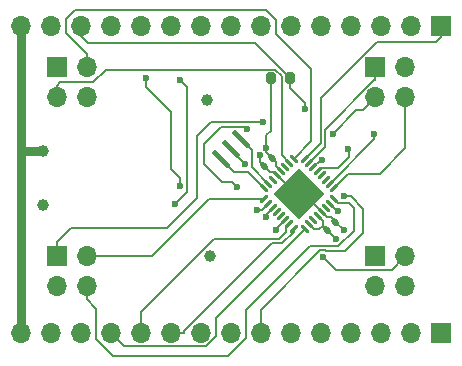
<source format=gtl>
%TF.GenerationSoftware,KiCad,Pcbnew,7.0.2-6a45011f42~172~ubuntu22.04.1*%
%TF.CreationDate,2023-05-29T22:59:08-07:00*%
%TF.ProjectId,comm_v0p5,636f6d6d-5f76-4307-9035-2e6b69636164,rev?*%
%TF.SameCoordinates,Original*%
%TF.FileFunction,Copper,L1,Top*%
%TF.FilePolarity,Positive*%
%FSLAX46Y46*%
G04 Gerber Fmt 4.6, Leading zero omitted, Abs format (unit mm)*
G04 Created by KiCad (PCBNEW 7.0.2-6a45011f42~172~ubuntu22.04.1) date 2023-05-29 22:59:08*
%MOMM*%
%LPD*%
G01*
G04 APERTURE LIST*
G04 Aperture macros list*
%AMRoundRect*
0 Rectangle with rounded corners*
0 $1 Rounding radius*
0 $2 $3 $4 $5 $6 $7 $8 $9 X,Y pos of 4 corners*
0 Add a 4 corners polygon primitive as box body*
4,1,4,$2,$3,$4,$5,$6,$7,$8,$9,$2,$3,0*
0 Add four circle primitives for the rounded corners*
1,1,$1+$1,$2,$3*
1,1,$1+$1,$4,$5*
1,1,$1+$1,$6,$7*
1,1,$1+$1,$8,$9*
0 Add four rect primitives between the rounded corners*
20,1,$1+$1,$2,$3,$4,$5,0*
20,1,$1+$1,$4,$5,$6,$7,0*
20,1,$1+$1,$6,$7,$8,$9,0*
20,1,$1+$1,$8,$9,$2,$3,0*%
%AMRotRect*
0 Rectangle, with rotation*
0 The origin of the aperture is its center*
0 $1 length*
0 $2 width*
0 $3 Rotation angle, in degrees counterclockwise*
0 Add horizontal line*
21,1,$1,$2,0,0,$3*%
G04 Aperture macros list end*
%TA.AperFunction,ComponentPad*%
%ADD10R,1.700000X1.700000*%
%TD*%
%TA.AperFunction,ComponentPad*%
%ADD11O,1.700000X1.700000*%
%TD*%
%TA.AperFunction,SMDPad,CuDef*%
%ADD12RoundRect,0.200000X0.200000X0.275000X-0.200000X0.275000X-0.200000X-0.275000X0.200000X-0.275000X0*%
%TD*%
%TA.AperFunction,SMDPad,CuDef*%
%ADD13RoundRect,0.140000X0.021213X-0.219203X0.219203X-0.021213X-0.021213X0.219203X-0.219203X0.021213X0*%
%TD*%
%TA.AperFunction,SMDPad,CuDef*%
%ADD14RoundRect,0.062500X-0.309359X0.220971X0.220971X-0.309359X0.309359X-0.220971X-0.220971X0.309359X0*%
%TD*%
%TA.AperFunction,SMDPad,CuDef*%
%ADD15RoundRect,0.062500X-0.309359X-0.220971X-0.220971X-0.309359X0.309359X0.220971X0.220971X0.309359X0*%
%TD*%
%TA.AperFunction,SMDPad,CuDef*%
%ADD16RotRect,3.100000X3.100000X315.000000*%
%TD*%
%TA.AperFunction,SMDPad,CuDef*%
%ADD17RoundRect,0.140000X-0.021213X0.219203X-0.219203X0.021213X0.021213X-0.219203X0.219203X-0.021213X0*%
%TD*%
%TA.AperFunction,SMDPad,CuDef*%
%ADD18RotRect,0.400000X1.900000X225.000000*%
%TD*%
%TA.AperFunction,ViaPad*%
%ADD19C,0.600000*%
%TD*%
%TA.AperFunction,ViaPad*%
%ADD20C,1.000000*%
%TD*%
%TA.AperFunction,Conductor*%
%ADD21C,0.200000*%
%TD*%
%TA.AperFunction,Conductor*%
%ADD22C,0.800000*%
%TD*%
G04 APERTURE END LIST*
D10*
%TO.P,J4,1,Pin_1*%
%TO.N,+5V*%
X55230000Y-62230000D03*
D11*
%TO.P,J4,2,Pin_2*%
%TO.N,/B1_CS0*%
X57770000Y-62230000D03*
%TO.P,J4,3,Pin_3*%
%TO.N,/B1_SCK*%
X55230000Y-64770000D03*
%TO.P,J4,4,Pin_4*%
%TO.N,/RESET_DRV0*%
X57770000Y-64770000D03*
%TD*%
D10*
%TO.P,J6,1,Pin_1*%
%TO.N,/B1_MOSI*%
X82230000Y-62230000D03*
D11*
%TO.P,J6,2,Pin_2*%
%TO.N,unconnected-(J6-Pin_2-Pad2)*%
X84770000Y-62230000D03*
%TO.P,J6,3,Pin_3*%
%TO.N,/B1_CS2*%
X82230000Y-64770000D03*
%TO.P,J6,4,Pin_4*%
%TO.N,/RESET_DRV2*%
X84770000Y-64770000D03*
%TD*%
D10*
%TO.P,J5,1,Pin_1*%
%TO.N,/B1_MISO*%
X55230000Y-78230000D03*
D11*
%TO.P,J5,2,Pin_2*%
%TO.N,/B1_CS1*%
X57770000Y-78230000D03*
%TO.P,J5,3,Pin_3*%
%TO.N,unconnected-(J5-Pin_3-Pad3)*%
X55230000Y-80770000D03*
%TO.P,J5,4,Pin_4*%
%TO.N,/RESET_DRV1*%
X57770000Y-80770000D03*
%TD*%
D10*
%TO.P,J7,1,Pin_1*%
%TO.N,/RESET_DRV3*%
X82230000Y-78230000D03*
D11*
%TO.P,J7,2,Pin_2*%
%TO.N,/B1_CS3*%
X84770000Y-78230000D03*
%TO.P,J7,3,Pin_3*%
%TO.N,GND*%
X82230000Y-80770000D03*
%TO.P,J7,4,Pin_4*%
%TO.N,unconnected-(J7-Pin_4-Pad4)*%
X84770000Y-80770000D03*
%TD*%
D12*
%TO.P,R5,1*%
%TO.N,/RESET_MSTR*%
X74993000Y-63144400D03*
%TO.P,R5,2*%
%TO.N,+5V*%
X73343000Y-63144400D03*
%TD*%
D10*
%TO.P,J1,1,Pin_1*%
%TO.N,/EXT_INT0*%
X87780000Y-84700000D03*
D11*
%TO.P,J1,2,Pin_2*%
%TO.N,/B0_CS7*%
X85240000Y-84700000D03*
%TO.P,J1,3,Pin_3*%
%TO.N,/B0_CS6*%
X82700000Y-84700000D03*
%TO.P,J1,4,Pin_4*%
%TO.N,/B0_CS5*%
X80160000Y-84700000D03*
%TO.P,J1,5,Pin_5*%
%TO.N,/B0_CS4*%
X77620000Y-84700000D03*
%TO.P,J1,6,Pin_6*%
%TO.N,/B0_CS3*%
X75080000Y-84700000D03*
%TO.P,J1,7,Pin_7*%
%TO.N,/B0_CS2*%
X72540000Y-84700000D03*
%TO.P,J1,8,Pin_8*%
%TO.N,/B0_CS1*%
X70000000Y-84700000D03*
%TO.P,J1,9,Pin_9*%
%TO.N,/B0_CS0*%
X67460000Y-84700000D03*
%TO.P,J1,10,Pin_10*%
%TO.N,/B0_MISO*%
X64920000Y-84700000D03*
%TO.P,J1,11,Pin_11*%
%TO.N,/B0_MOSI*%
X62380000Y-84700000D03*
%TO.P,J1,12,Pin_12*%
%TO.N,/B0_SCK*%
X59840000Y-84700000D03*
%TO.P,J1,13,Pin_13*%
%TO.N,/RESET_MSTR*%
X57300000Y-84700000D03*
%TO.P,J1,14,Pin_14*%
%TO.N,GND*%
X54760000Y-84700000D03*
%TO.P,J1,15,Pin_15*%
%TO.N,/VIN*%
X52220000Y-84700000D03*
%TD*%
D13*
%TO.P,C2,1*%
%TO.N,+5V*%
X78147689Y-76005611D03*
%TO.P,C2,2*%
%TO.N,GND*%
X78826511Y-75326789D03*
%TD*%
D10*
%TO.P,J2,1,Pin_1*%
%TO.N,/EXT_INT0*%
X87780000Y-58750000D03*
D11*
%TO.P,J2,2,Pin_2*%
%TO.N,unconnected-(J2-Pin_2-Pad2)*%
X85240000Y-58750000D03*
%TO.P,J2,3,Pin_3*%
%TO.N,/B0_CS7*%
X82700000Y-58750000D03*
%TO.P,J2,4,Pin_4*%
%TO.N,/B0_CS6*%
X80160000Y-58750000D03*
%TO.P,J2,5,Pin_5*%
%TO.N,/B0_CS5*%
X77620000Y-58750000D03*
%TO.P,J2,6,Pin_6*%
%TO.N,/B0_CS4*%
X75080000Y-58750000D03*
%TO.P,J2,7,Pin_7*%
%TO.N,/B0_CS3*%
X72540000Y-58750000D03*
%TO.P,J2,8,Pin_8*%
%TO.N,/B0_CS2*%
X70000000Y-58750000D03*
%TO.P,J2,9,Pin_9*%
%TO.N,/B0_CS1*%
X67460000Y-58750000D03*
%TO.P,J2,10,Pin_10*%
%TO.N,/B0_MISO*%
X64920000Y-58750000D03*
%TO.P,J2,11,Pin_11*%
%TO.N,/B0_MOSI*%
X62380000Y-58750000D03*
%TO.P,J2,12,Pin_12*%
%TO.N,/B0_SCK*%
X59840000Y-58750000D03*
%TO.P,J2,13,Pin_13*%
%TO.N,/RESET_MSTR*%
X57300000Y-58750000D03*
%TO.P,J2,14,Pin_14*%
%TO.N,GND*%
X54760000Y-58750000D03*
%TO.P,J2,15,Pin_15*%
%TO.N,/VIN*%
X52220000Y-58750000D03*
%TD*%
D14*
%TO.P,U1,1,PD3*%
%TO.N,/B1_CS0*%
X75290364Y-69954090D03*
%TO.P,U1,2,PD4*%
%TO.N,/B1_SCK*%
X74936811Y-70307644D03*
%TO.P,U1,3,PE0*%
%TO.N,unconnected-(U1-PE0-Pad3)*%
X74583257Y-70661197D03*
%TO.P,U1,4,VCC*%
%TO.N,+5V*%
X74229704Y-71014751D03*
%TO.P,U1,5,GND*%
%TO.N,GND*%
X73876151Y-71368304D03*
%TO.P,U1,6,PE1*%
%TO.N,unconnected-(U1-PE1-Pad6)*%
X73522597Y-71721857D03*
%TO.P,U1,7,XTAL1/PB6*%
%TO.N,/XTAL1*%
X73169044Y-72075411D03*
%TO.P,U1,8,XTAL2/PB7*%
%TO.N,/XTAL2*%
X72815490Y-72428964D03*
D15*
%TO.P,U1,9,PD5*%
%TO.N,/B1_CS1*%
X72815490Y-73401236D03*
%TO.P,U1,10,PD6*%
%TO.N,/B1_CS2*%
X73169044Y-73754789D03*
%TO.P,U1,11,PD7*%
%TO.N,/B1_CS3*%
X73522597Y-74108343D03*
%TO.P,U1,12,PB0*%
%TO.N,unconnected-(U1-PB0-Pad12)*%
X73876151Y-74461896D03*
%TO.P,U1,13,PB1*%
%TO.N,unconnected-(U1-PB1-Pad13)*%
X74229704Y-74815449D03*
%TO.P,U1,14,PB2*%
%TO.N,/B0_CS0*%
X74583257Y-75169003D03*
%TO.P,U1,15,PB3*%
%TO.N,/B0_MOSI*%
X74936811Y-75522556D03*
%TO.P,U1,16,PB4*%
%TO.N,/B0_MISO*%
X75290364Y-75876110D03*
D14*
%TO.P,U1,17,PB5*%
%TO.N,/B0_SCK*%
X76262636Y-75876110D03*
%TO.P,U1,18,AVCC*%
%TO.N,+5V*%
X76616189Y-75522556D03*
%TO.P,U1,19,PE2*%
%TO.N,unconnected-(U1-PE2-Pad19)*%
X76969743Y-75169003D03*
%TO.P,U1,20,AREF*%
%TO.N,+5V*%
X77323296Y-74815449D03*
%TO.P,U1,21,GND*%
%TO.N,GND*%
X77676849Y-74461896D03*
%TO.P,U1,22,PE3*%
%TO.N,unconnected-(U1-PE3-Pad22)*%
X78030403Y-74108343D03*
%TO.P,U1,23,PC0*%
%TO.N,/RESET_DRV0*%
X78383956Y-73754789D03*
%TO.P,U1,24,PC1*%
%TO.N,/RESET_DRV1*%
X78737510Y-73401236D03*
D15*
%TO.P,U1,25,PC2*%
%TO.N,/RESET_DRV2*%
X78737510Y-72428964D03*
%TO.P,U1,26,PC3*%
%TO.N,/RESET_DRV3*%
X78383956Y-72075411D03*
%TO.P,U1,27,PC4*%
%TO.N,unconnected-(U1-PC4-Pad27)*%
X78030403Y-71721857D03*
%TO.P,U1,28,PC5*%
%TO.N,unconnected-(U1-PC5-Pad28)*%
X77676849Y-71368304D03*
%TO.P,U1,29,~{RESET}/PC6*%
%TO.N,/RESET_MSTR*%
X77323296Y-71014751D03*
%TO.P,U1,30,PD0*%
%TO.N,/B1_MISO*%
X76969743Y-70661197D03*
%TO.P,U1,31,PD1*%
%TO.N,/B1_MOSI*%
X76616189Y-70307644D03*
%TO.P,U1,32,PD2*%
%TO.N,/EXT_INT0*%
X76262636Y-69954090D03*
D16*
%TO.P,U1,33,GND*%
%TO.N,GND*%
X75776500Y-72915100D03*
%TD*%
D17*
%TO.P,C1,1*%
%TO.N,+5V*%
X73446511Y-69867389D03*
%TO.P,C1,2*%
%TO.N,GND*%
X72767689Y-70546211D03*
%TD*%
D18*
%TO.P,Y1,1,1*%
%TO.N,/XTAL1*%
X70872928Y-68310172D03*
%TO.P,Y1,2,2*%
%TO.N,GND*%
X70024400Y-69158700D03*
%TO.P,Y1,3,3*%
%TO.N,/XTAL2*%
X69175872Y-70007228D03*
%TD*%
D19*
%TO.N,+5V*%
X78892400Y-76750400D03*
X72999600Y-69062600D03*
%TO.N,/B0_CS0*%
X73812400Y-75971400D03*
%TO.N,/B0_CS1*%
X71367200Y-67400500D03*
X70542100Y-72324500D03*
%TO.N,/B0_CS2*%
X79556400Y-73156800D03*
%TO.N,/B0_MISO*%
X65693300Y-63276500D03*
X65239300Y-73834600D03*
%TO.N,/B0_MOSI*%
X65693300Y-72250400D03*
X62821800Y-63101400D03*
%TO.N,/B1_CS2*%
X72161400Y-74269600D03*
X78613000Y-67868800D03*
%TO.N,/B1_CS3*%
X72923400Y-74904600D03*
X77791300Y-78276700D03*
%TO.N,/B1_MISO*%
X72669400Y-66852800D03*
X77722300Y-70026800D03*
%TO.N,/RESET_DRV0*%
X79047300Y-74370200D03*
%TO.N,/RESET_DRV3*%
X82143600Y-67894200D03*
%TO.N,/RESET_MSTR*%
X76252300Y-65746000D03*
X79918587Y-69122439D03*
D20*
%TO.N,GND*%
X67970400Y-65024000D03*
D19*
X72415400Y-69646800D03*
X79527400Y-76022200D03*
D20*
X54051200Y-73914000D03*
X68249800Y-78232000D03*
D19*
X71196200Y-70383400D03*
D20*
%TO.N,/VIN*%
X54051200Y-69316600D03*
%TD*%
D21*
%TO.N,+5V*%
X74229700Y-71014800D02*
X73787000Y-70572000D01*
X77469300Y-75920600D02*
X77766000Y-75623900D01*
X77766000Y-75258200D02*
X77766000Y-75623900D01*
X73787000Y-70572000D02*
X73787000Y-70207900D01*
X77766000Y-75623900D02*
X78147700Y-76005600D01*
X72999600Y-67970400D02*
X72999600Y-69062600D01*
X73343000Y-63144400D02*
X73355200Y-63156600D01*
X73355200Y-63156600D02*
X73355200Y-67614800D01*
X73355200Y-67614800D02*
X72999600Y-67970400D01*
X73787000Y-70207900D02*
X73446500Y-69867400D01*
X78892400Y-76750400D02*
X78147700Y-76005600D01*
X76616200Y-75522600D02*
X77014200Y-75920600D01*
X77323300Y-74815400D02*
X77323300Y-74815500D01*
X73446500Y-69865100D02*
X73446500Y-69867400D01*
X77323300Y-74815500D02*
X77766000Y-75258200D01*
X72999600Y-69418200D02*
X73446500Y-69865100D01*
X72999600Y-69062600D02*
X72999600Y-69418200D01*
X77014200Y-75920600D02*
X77469300Y-75920600D01*
%TO.N,/B0_CS0*%
X73812400Y-75939900D02*
X74583300Y-75169000D01*
X73812400Y-75971400D02*
X73812400Y-75939900D01*
%TO.N,/B0_CS1*%
X67716400Y-68707000D02*
X69176600Y-67246800D01*
X69176600Y-67246800D02*
X71213500Y-67246800D01*
X67716400Y-70408800D02*
X67716400Y-68707000D01*
X70542100Y-72324500D02*
X70470300Y-72324500D01*
X69265800Y-71958200D02*
X67716400Y-70408800D01*
X70470300Y-72324500D02*
X70104000Y-71958200D01*
X71213500Y-67246800D02*
X71367200Y-67400500D01*
X70104000Y-71958200D02*
X69265800Y-71958200D01*
%TO.N,/B0_CS2*%
X78019118Y-77726700D02*
X77563400Y-77726700D01*
X79556400Y-73156800D02*
X80141800Y-73156800D01*
X78042418Y-77750000D02*
X78019118Y-77726700D01*
X77563400Y-77726700D02*
X72540000Y-82750100D01*
X81180000Y-76230000D02*
X79660000Y-77750000D01*
X81180000Y-74195000D02*
X81180000Y-76230000D01*
X72540000Y-82750100D02*
X72540000Y-84700000D01*
X80141800Y-73156800D02*
X81180000Y-74195000D01*
X79660000Y-77750000D02*
X78042418Y-77750000D01*
%TO.N,/B0_MISO*%
X65239300Y-73834600D02*
X66266000Y-72807900D01*
X75290400Y-76123600D02*
X75290400Y-75876100D01*
X73487100Y-77106300D02*
X74307700Y-77106300D01*
X74307700Y-77106300D02*
X75290400Y-76123600D01*
X66266000Y-63849200D02*
X65693300Y-63276500D01*
X66020100Y-84700000D02*
X66020100Y-84573300D01*
X64920000Y-84700000D02*
X66020100Y-84700000D01*
X66020100Y-84573300D02*
X73487100Y-77106300D01*
X66266000Y-72807900D02*
X66266000Y-63849200D01*
%TO.N,/B0_MOSI*%
X68597000Y-76758800D02*
X62380000Y-82975800D01*
X65693300Y-72250400D02*
X65693300Y-71623300D01*
X65693300Y-71623300D02*
X64915000Y-70845000D01*
X74936800Y-75522600D02*
X74668000Y-75791400D01*
X74668000Y-75791400D02*
X74668000Y-76148400D01*
X74060100Y-76756300D02*
X73342125Y-76756300D01*
X73342125Y-76756300D02*
X73339625Y-76758800D01*
X64915000Y-70845000D02*
X64915000Y-65995000D01*
X62821800Y-63901800D02*
X64915000Y-65995000D01*
X74668000Y-76148400D02*
X74060100Y-76756300D01*
X73339625Y-76758800D02*
X68597000Y-76758800D01*
X62380000Y-82975800D02*
X62380000Y-84700000D01*
X62821800Y-63101400D02*
X62821800Y-63901800D01*
%TO.N,/B0_SCK*%
X76262600Y-75876100D02*
X68730000Y-83408700D01*
X68730000Y-84999100D02*
X67899000Y-85830100D01*
X68730000Y-83408700D02*
X68730000Y-84999100D01*
X60970100Y-85830100D02*
X59840000Y-84700000D01*
X67899000Y-85830100D02*
X60970100Y-85830100D01*
%TO.N,/B1_CS0*%
X75290400Y-69954100D02*
X76802400Y-68442100D01*
X72990000Y-57360000D02*
X56770000Y-57360000D01*
X56770000Y-57360000D02*
X55990000Y-58140000D01*
X55990000Y-58140000D02*
X55990000Y-59349900D01*
X73840000Y-59360000D02*
X73840000Y-58210000D01*
X73840000Y-58210000D02*
X72990000Y-57360000D01*
X57770000Y-61129900D02*
X57770000Y-62230000D01*
X76802400Y-68442100D02*
X76802400Y-62322400D01*
X55990000Y-59349900D02*
X57770000Y-61129900D01*
X76802400Y-62322400D02*
X73840000Y-59360000D01*
%TO.N,/B1_CS1*%
X63300000Y-78230000D02*
X68128800Y-73401200D01*
X68128800Y-73401200D02*
X72815500Y-73401200D01*
X57770000Y-78230000D02*
X63300000Y-78230000D01*
%TO.N,/B1_CS2*%
X78613000Y-67868800D02*
X80611700Y-65870100D01*
X80611700Y-65870100D02*
X81129900Y-65870100D01*
X81129900Y-65870100D02*
X82230000Y-64770000D01*
X72161400Y-74269600D02*
X72654200Y-74269600D01*
X72654200Y-74269600D02*
X73169000Y-73754800D01*
%TO.N,/B1_CS3*%
X83623900Y-79376100D02*
X84770000Y-78230000D01*
X78890700Y-79376100D02*
X83623900Y-79376100D01*
X72923400Y-74707500D02*
X73522600Y-74108300D01*
X77791300Y-78276700D02*
X78890700Y-79376100D01*
X72923400Y-74904600D02*
X72923400Y-74707500D01*
%TO.N,/B1_MISO*%
X68264500Y-66845500D02*
X72662100Y-66845500D01*
X56435300Y-75784700D02*
X64615300Y-75784700D01*
X72662100Y-66845500D02*
X72669400Y-66852800D01*
X55230000Y-76990000D02*
X56435300Y-75784700D01*
X67086400Y-73313600D02*
X67086400Y-68023600D01*
X77604100Y-70026800D02*
X77722300Y-70026800D01*
X67086400Y-68023600D02*
X68264500Y-66845500D01*
X76969700Y-70661200D02*
X77604100Y-70026800D01*
X55230000Y-78230000D02*
X55230000Y-76990000D01*
X64615300Y-75784700D02*
X67086400Y-73313600D01*
%TO.N,/B1_MOSI*%
X82092400Y-63330100D02*
X77937300Y-67485200D01*
X77937300Y-68986500D02*
X76616200Y-70307600D01*
X77937300Y-67485200D02*
X77937300Y-68986500D01*
X82230000Y-63330100D02*
X82092400Y-63330100D01*
X82230000Y-62230000D02*
X82230000Y-63330100D01*
%TO.N,/B1_SCK*%
X73743900Y-62405000D02*
X74291900Y-62953000D01*
X55230000Y-64770000D02*
X55230000Y-63820000D01*
X55550000Y-63500000D02*
X58350000Y-63500000D01*
X59445000Y-62405000D02*
X73743900Y-62405000D01*
X58350000Y-63500000D02*
X59445000Y-62405000D01*
X74291900Y-69662700D02*
X74936800Y-70307600D01*
X74291900Y-62953000D02*
X74291900Y-69662700D01*
X55230000Y-63820000D02*
X55550000Y-63500000D01*
%TO.N,/EXT_INT0*%
X87350000Y-60050000D02*
X87780000Y-59620000D01*
X77587300Y-68629400D02*
X77587300Y-64787500D01*
X82324800Y-60050000D02*
X87350000Y-60050000D01*
X87780000Y-59620000D02*
X87780000Y-58750000D01*
X77587300Y-64787500D02*
X82324800Y-60050000D01*
X76262600Y-69954100D02*
X77587300Y-68629400D01*
%TO.N,/RESET_DRV0*%
X78999400Y-74370200D02*
X78384000Y-73754800D01*
X79047300Y-74370200D02*
X78999400Y-74370200D01*
%TO.N,/RESET_DRV1*%
X59970000Y-86670000D02*
X58547900Y-85247900D01*
X57770000Y-81870100D02*
X57770000Y-80770000D01*
X71270000Y-82780000D02*
X71270000Y-85160000D01*
X58547900Y-82648000D02*
X57770000Y-81870100D01*
X71270000Y-85160000D02*
X69760000Y-86670000D01*
X79043100Y-73706800D02*
X79980600Y-73706800D01*
X76673500Y-77376500D02*
X71270000Y-82780000D01*
X80391000Y-76064000D02*
X79078500Y-77376500D01*
X58547900Y-85247900D02*
X58547900Y-82648000D01*
X79980600Y-73706800D02*
X80391000Y-74117200D01*
X69760000Y-86670000D02*
X59970000Y-86670000D01*
X78737500Y-73401200D02*
X79043100Y-73706800D01*
X80391000Y-74117200D02*
X80391000Y-76064000D01*
X79078500Y-77376500D02*
X76673500Y-77376500D01*
%TO.N,/RESET_DRV2*%
X78741036Y-72428964D02*
X79930000Y-71240000D01*
X84770000Y-69050000D02*
X84770000Y-64770000D01*
X82580000Y-71240000D02*
X84770000Y-69050000D01*
X78737510Y-72428964D02*
X78741036Y-72428964D01*
X79930000Y-71240000D02*
X82580000Y-71240000D01*
%TO.N,/RESET_DRV3*%
X78384000Y-72060200D02*
X78384000Y-72075400D01*
X82143600Y-67894200D02*
X82143600Y-68300600D01*
X82143600Y-68300600D02*
X78384000Y-72060200D01*
%TO.N,/RESET_MSTR*%
X79037355Y-70746445D02*
X77591655Y-70746445D01*
X57300000Y-58750000D02*
X57300000Y-59550000D01*
X79918587Y-69122439D02*
X79959200Y-69163052D01*
X57300000Y-59550000D02*
X57920000Y-60170000D01*
X57920000Y-60170000D02*
X72018600Y-60170000D01*
X72018600Y-60170000D02*
X74993000Y-63144400D01*
X79959200Y-69163052D02*
X79959200Y-69824600D01*
X74993000Y-63994800D02*
X74993000Y-63144400D01*
X77591655Y-70746445D02*
X77323300Y-71014800D01*
X76252300Y-65254100D02*
X74993000Y-63994800D01*
X79959200Y-69824600D02*
X79037355Y-70746445D01*
X76252300Y-65746000D02*
X76252300Y-65254100D01*
%TO.N,/XTAL1*%
X71780400Y-70686800D02*
X73169000Y-72075400D01*
X71780400Y-69217600D02*
X71780400Y-70686800D01*
X70872900Y-68310200D02*
X71780400Y-69217600D01*
%TO.N,/XTAL2*%
X72810000Y-72429000D02*
X71450200Y-71069200D01*
X70256400Y-71069200D02*
X69194400Y-70007200D01*
X71450200Y-71069200D02*
X70256400Y-71069200D01*
X72815500Y-72429000D02*
X72810000Y-72429000D01*
X69194400Y-70007200D02*
X69175900Y-70007200D01*
%TO.N,GND*%
X70024400Y-69211600D02*
X71196200Y-70383400D01*
X72415400Y-70205600D02*
X72415400Y-69646800D01*
X78144900Y-74930000D02*
X78429700Y-74930000D01*
X77676800Y-74461900D02*
X78144900Y-74930000D01*
X79527400Y-76022200D02*
X78832000Y-75326800D01*
X76130000Y-72915100D02*
X75776500Y-72915100D01*
X73607800Y-71100000D02*
X73876200Y-71368300D01*
X73309800Y-71100000D02*
X73607800Y-71100000D01*
X72756000Y-70546200D02*
X72415400Y-70205600D01*
X70024400Y-69158700D02*
X70024400Y-69211600D01*
X78429700Y-74930000D02*
X78826500Y-75326800D01*
X72767700Y-70557900D02*
X73309800Y-71100000D01*
X72767700Y-70546200D02*
X72767700Y-70557900D01*
X78832000Y-75326800D02*
X78826500Y-75326800D01*
X77676800Y-74461900D02*
X76130000Y-72915100D01*
X73876200Y-71368300D02*
X75422900Y-72915100D01*
X75422900Y-72915100D02*
X75776500Y-72915100D01*
X72767700Y-70546200D02*
X72756000Y-70546200D01*
D22*
%TO.N,/VIN*%
X54051200Y-69316600D02*
X52397800Y-69316600D01*
X52220000Y-84700000D02*
X52220000Y-69138800D01*
X52220000Y-69138800D02*
X52220000Y-58750000D01*
X52397800Y-69316600D02*
X52220000Y-69138800D01*
%TD*%
M02*

</source>
